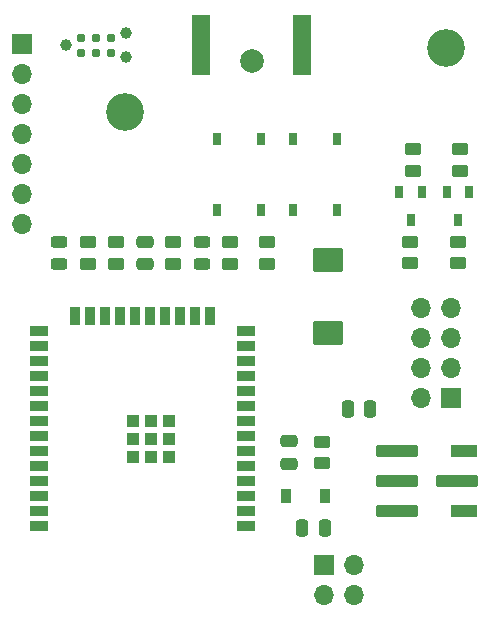
<source format=gts>
G04 #@! TF.GenerationSoftware,KiCad,Pcbnew,(7.0.0-0)*
G04 #@! TF.CreationDate,2023-06-06T22:29:37+02:00*
G04 #@! TF.ProjectId,ithowifi_4l,6974686f-7769-4666-995f-346c2e6b6963,rev?*
G04 #@! TF.SameCoordinates,Original*
G04 #@! TF.FileFunction,Soldermask,Top*
G04 #@! TF.FilePolarity,Negative*
%FSLAX46Y46*%
G04 Gerber Fmt 4.6, Leading zero omitted, Abs format (unit mm)*
G04 Created by KiCad (PCBNEW (7.0.0-0)) date 2023-06-06 22:29:37*
%MOMM*%
%LPD*%
G01*
G04 APERTURE LIST*
G04 Aperture macros list*
%AMRoundRect*
0 Rectangle with rounded corners*
0 $1 Rounding radius*
0 $2 $3 $4 $5 $6 $7 $8 $9 X,Y pos of 4 corners*
0 Add a 4 corners polygon primitive as box body*
4,1,4,$2,$3,$4,$5,$6,$7,$8,$9,$2,$3,0*
0 Add four circle primitives for the rounded corners*
1,1,$1+$1,$2,$3*
1,1,$1+$1,$4,$5*
1,1,$1+$1,$6,$7*
1,1,$1+$1,$8,$9*
0 Add four rect primitives between the rounded corners*
20,1,$1+$1,$2,$3,$4,$5,0*
20,1,$1+$1,$4,$5,$6,$7,0*
20,1,$1+$1,$6,$7,$8,$9,0*
20,1,$1+$1,$8,$9,$2,$3,0*%
G04 Aperture macros list end*
%ADD10R,0.700000X1.000000*%
%ADD11RoundRect,0.250000X-0.450000X0.262500X-0.450000X-0.262500X0.450000X-0.262500X0.450000X0.262500X0*%
%ADD12R,1.700000X1.700000*%
%ADD13O,1.700000X1.700000*%
%ADD14R,1.500000X0.900000*%
%ADD15R,0.900000X1.500000*%
%ADD16R,1.050000X1.050000*%
%ADD17C,3.200000*%
%ADD18RoundRect,0.243750X0.456250X-0.243750X0.456250X0.243750X-0.456250X0.243750X-0.456250X-0.243750X0*%
%ADD19C,0.990600*%
%ADD20C,0.787400*%
%ADD21R,0.750000X1.000000*%
%ADD22RoundRect,0.250000X0.250000X0.475000X-0.250000X0.475000X-0.250000X-0.475000X0.250000X-0.475000X0*%
%ADD23RoundRect,0.250000X0.450000X-0.262500X0.450000X0.262500X-0.450000X0.262500X-0.450000X-0.262500X0*%
%ADD24RoundRect,0.250000X0.475000X-0.250000X0.475000X0.250000X-0.475000X0.250000X-0.475000X-0.250000X0*%
%ADD25RoundRect,0.250000X1.025000X-0.787500X1.025000X0.787500X-1.025000X0.787500X-1.025000X-0.787500X0*%
%ADD26RoundRect,0.250000X-0.250000X-0.475000X0.250000X-0.475000X0.250000X0.475000X-0.250000X0.475000X0*%
%ADD27R,0.900000X1.200000*%
%ADD28C,2.000000*%
%ADD29RoundRect,0.105000X-1.655000X0.420000X-1.655000X-0.420000X1.655000X-0.420000X1.655000X0.420000X0*%
%ADD30RoundRect,0.105000X-1.005000X0.420000X-1.005000X-0.420000X1.005000X-0.420000X1.005000X0.420000X0*%
%ADD31R,1.500000X5.080000*%
G04 APERTURE END LIST*
D10*
X119608599Y-120338999D03*
X117708599Y-120338999D03*
X118658599Y-122738999D03*
D11*
X118872000Y-116711900D03*
X118872000Y-118536900D03*
D12*
X85724999Y-107797599D03*
D13*
X85724999Y-110337599D03*
X85724999Y-112877599D03*
X85724999Y-115417599D03*
X85724999Y-117957599D03*
X85724999Y-120497599D03*
X85724999Y-123037599D03*
D14*
X104727599Y-148613599D03*
X104727599Y-147343599D03*
X104727599Y-146073599D03*
X104727599Y-144803599D03*
X104727599Y-143533599D03*
X104727599Y-142263599D03*
X104727599Y-140993599D03*
X104727599Y-139723599D03*
X104727599Y-138453599D03*
X104727599Y-137183599D03*
X104727599Y-135913599D03*
X104727599Y-134643599D03*
X104727599Y-133373599D03*
X104727599Y-132103599D03*
D15*
X101697599Y-130853599D03*
X100427599Y-130853599D03*
X99157599Y-130853599D03*
X97887599Y-130853599D03*
X96617599Y-130853599D03*
X95347599Y-130853599D03*
X94077599Y-130853599D03*
X92807599Y-130853599D03*
X91537599Y-130853599D03*
X90267599Y-130853599D03*
D14*
X87227599Y-132103599D03*
X87227599Y-133373599D03*
X87227599Y-134643599D03*
X87227599Y-135913599D03*
X87227599Y-137183599D03*
X87227599Y-138453599D03*
X87227599Y-139723599D03*
X87227599Y-140993599D03*
X87227599Y-142263599D03*
X87227599Y-143533599D03*
X87227599Y-144803599D03*
X87227599Y-146073599D03*
X87227599Y-147343599D03*
X87227599Y-148613599D03*
D16*
X95132599Y-139748599D03*
X98182599Y-142798599D03*
X95132599Y-142798599D03*
X96657599Y-139748599D03*
X96657599Y-141273599D03*
X98182599Y-139748599D03*
X96657599Y-142798599D03*
X95132599Y-141273599D03*
X98182599Y-141273599D03*
D11*
X91313000Y-124588900D03*
X91313000Y-126413900D03*
X106536000Y-124597500D03*
X106536000Y-126422500D03*
X118618000Y-124548500D03*
X118618000Y-126373500D03*
D17*
X94488000Y-113538000D03*
D18*
X88900000Y-126438900D03*
X88900000Y-124563900D03*
D12*
X111291999Y-151927999D03*
D13*
X113831999Y-151927999D03*
X111291999Y-154467999D03*
X113831999Y-154467999D03*
D19*
X94576000Y-106885400D03*
X89496000Y-107901400D03*
X94576000Y-108917400D03*
D20*
X90766000Y-108536400D03*
X90766000Y-107266400D03*
X92036000Y-108536400D03*
X92036000Y-107266400D03*
X93306000Y-108536400D03*
X93306000Y-107266400D03*
D21*
X108665399Y-121871999D03*
X108665399Y-115871999D03*
X112415399Y-121871999D03*
X112415399Y-115871999D03*
D22*
X115250000Y-138684000D03*
X113350000Y-138684000D03*
D10*
X123606599Y-120338999D03*
X121706599Y-120338999D03*
X122656599Y-122738999D03*
D23*
X122859800Y-118536900D03*
X122859800Y-116711900D03*
D11*
X122682000Y-124548500D03*
X122682000Y-126373500D03*
D24*
X96139000Y-126451400D03*
X96139000Y-124551400D03*
D23*
X98552000Y-126428000D03*
X98552000Y-124603000D03*
D25*
X111632000Y-132308600D03*
X111632000Y-126083600D03*
D26*
X109486900Y-148751000D03*
X111386900Y-148751000D03*
D24*
X108377500Y-143351000D03*
X108377500Y-141451000D03*
D27*
X111425499Y-146083999D03*
X108125499Y-146083999D03*
D23*
X111171500Y-143290000D03*
X111171500Y-141465000D03*
D28*
X105182180Y-109251460D03*
D23*
X93726000Y-126413900D03*
X93726000Y-124588900D03*
X103378000Y-126428000D03*
X103378000Y-124603000D03*
D18*
X100965000Y-126453000D03*
X100965000Y-124578000D03*
D21*
X106014999Y-121871999D03*
X106014999Y-115871999D03*
X102264999Y-121871999D03*
X102264999Y-115871999D03*
D17*
X121630000Y-108120000D03*
D29*
X117475000Y-142240000D03*
X117475000Y-144780000D03*
X117475000Y-147320000D03*
D30*
X123205000Y-147320000D03*
D29*
X122555000Y-144780000D03*
D30*
X123205000Y-142240000D03*
D12*
X122046999Y-137794999D03*
D13*
X119506999Y-137794999D03*
X122046999Y-135254999D03*
X119506999Y-135254999D03*
X122046999Y-132714999D03*
X119506999Y-132714999D03*
X122046999Y-130174999D03*
X119506999Y-130174999D03*
D31*
X100931399Y-107848399D03*
X109431399Y-107848399D03*
M02*

</source>
